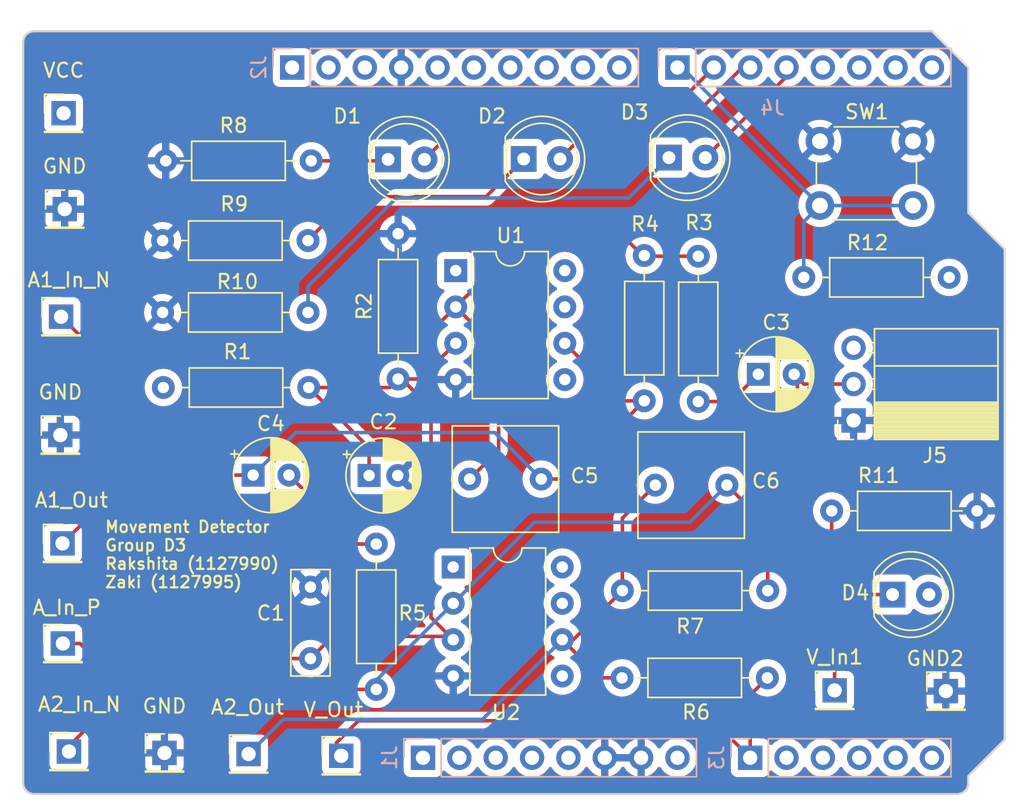
<source format=kicad_pcb>
(kicad_pcb (version 20240108) (generator "pcbnew") (generator_version "8.0")
  (title_block (title "Movement Detector") (date "2024-05-05") (rev "v1.0") (company "Hochschule Darmstadt"))
  (layers (0 "F.Cu" signal) (1 "In1.Cu" power "GND") (2 "In2.Cu" power "VCC") (31 "B.Cu" signal) (34 "B.Paste" user) (35 "F.Paste" user) (36 "B.SilkS" user "B.Silkscreen") (37 "F.SilkS" user "F.Silkscreen") (38 "B.Mask" user) (39 "F.Mask" user) (44 "Edge.Cuts" user))
  (net 0 "")
  (net 1 "GND")
  (net 3 "/IOREF")
  (net 4 "/A1")
  (net 5 "/A2")
  (net 6 "/A3")
  (net 7 "/SDA{slash}A4")
  (net 8 "/SCL{slash}A5")
  (net 9 "/13")
  (net 10 "/12")
  (net 11 "/AREF")
  (net 12 "/8")
  (net 13 "/*11")
  (net 14 "/*10")
  (net 15 "/*9")
  (net 16 "/2")
  (net 17 "/TX{slash}1")
  (net 18 "/RX{slash}0")
  (net 19 "VCC")
  (net 20 "/~{RESET}")
  (net 21 "Red")
  (net 22 "Orange")
  (net 23 "Green")
  (net 28 "Vout")
  (net 29 "Push Button")
  (net 31 "Net-(U1-+)")
  (net 32 "Vin")
  (net 33 "Net-(C3-Pad1)")
  (net 34 "Net-(C4-Pad2)")
  (net 35 "Net-(U1--)")
  (net 36 "Net-(A2_Out1-Pad1)")
  (net 37 "Net-(U2--)")
  (net 38 "Net-(D1-K)")
  (net 39 "Net-(D2-K)")
  (net 40 "Net-(D3-K)")
  (net 41 "Net-(D4-K)")
  (net 48 "Net-(A1_Out1-Pad1)")
  (footprint "Package_DIP:DIP-8_W7.62mm" (layer "F.Cu") (at 130.225 63.4)
    (property "Reference" "U1" (at 3.85 -2.45 0) (layer "F.SilkS"))
    (property "Value" "OPA340P")
    (pad "1" thru_hole rect (at 0 0) (size 1.6 1.6) (drill 0.8) (layers "*.Cu" "*.Mask"))
    (pad "2" thru_hole oval (at 0 2.54) (size 1.6 1.6) (drill 0.8) (layers "*.Cu" "*.Mask") (net 35 "Net-(U1--)"))
    (pad "3" thru_hole oval (at 0 5.08) (size 1.6 1.6) (drill 0.8) (layers "*.Cu" "*.Mask") (net 31 "Net-(U1-+)"))
    (pad "4" thru_hole oval (at 0 7.62) (size 1.6 1.6) (drill 0.8) (layers "*.Cu" "*.Mask") (net 1 "GND"))
    (pad "5" thru_hole oval (at 7.62 7.62) (size 1.6 1.6) (drill 0.8) (layers "*.Cu" "*.Mask"))
    (pad "6" thru_hole oval (at 7.62 5.08) (size 1.6 1.6) (drill 0.8) (layers "*.Cu" "*.Mask") (net 48 "Net-(A1_Out1-Pad1)"))
    (pad "7" thru_hole oval (at 7.62 2.54) (size 1.6 1.6) (drill 0.8) (layers "*.Cu" "*.Mask") (net 19 "VCC"))
    (pad "8" thru_hole oval (at 7.62 0) (size 1.6 1.6) (drill 0.8) (layers "*.Cu" "*.Mask"))
  )
  (footprint "Capacitor_THT:CP_Radial_D5.0mm_P2.00mm" (layer "F.Cu") (at 124.175 77.725)
    (property "Reference" "C2" (at 1 -3.75 0) (layer "F.SilkS"))
    (property "Value" "22u")
    (pad "1" thru_hole rect (at 0 0) (size 1.6 1.6) (drill 0.8) (layers "*.Cu" "*.Mask") (net 31 "Net-(U1-+)"))
    (pad "2" thru_hole circle (at 2 0) (size 1.6 1.6) (drill 0.8) (layers "*.Cu" "*.Mask") (net 1 "GND"))
  )
  (footprint "Connector_PinHeader_2.54mm:PinHeader_1x01_P2.54mm_Vertical" (layer "F.Cu") (at 102.825 52.4)
    (property "Reference" "VCC" (at 0 -3 0) (layer "F.SilkS"))
    (property "Value" "VCC")
    (pad "1" thru_hole rect (at 0 0) (size 1.7 1.7) (drill 1) (layers "*.Cu" "*.Mask") (net 19 "VCC"))
  )
  (footprint "Connector_PinHeader_2.54mm:PinHeader_1x01_P2.54mm_Vertical" (layer "F.Cu") (at 109.875 97.125)
    (property "Reference" "GND" (at 0 -3.275 0) (layer "F.SilkS"))
    (property "Value" "TP_GND")
    (pad "1" thru_hole rect (at 0 0) (size 1.7 1.7) (drill 1) (layers "*.Cu" "*.Mask") (net 1 "GND"))
  )
  (footprint "Resistor_THT:R_Axial_DIN0207_L6.3mm_D2.5mm_P10.16mm_Horizontal" (layer "F.Cu") (at 109.745 66.325)
    (property "Reference" "R10" (at 5.23 -2.15 0) (layer "F.SilkS"))
    (property "Value" "330")
    (pad "1" thru_hole circle (at 0 0) (size 1.6 1.6) (drill 0.8) (layers "*.Cu" "*.Mask") (net 1 "GND"))
    (pad "2" thru_hole oval (at 10.16 0) (size 1.6 1.6) (drill 0.8) (layers "*.Cu" "*.Mask") (net 40 "Net-(D3-K)"))
  )
  (footprint "LED_THT:LED_D5.0mm" (layer "F.Cu") (at 134.975 55.6)
    (property "Reference" "D2" (at -2.225 -3 0) (layer "F.SilkS"))
    (property "Value" "LED Orange")
    (pad "1" thru_hole rect (at 0 0) (size 1.8 1.8) (drill 0.9) (layers "*.Cu" "*.Mask") (net 39 "Net-(D2-K)"))
    (pad "2" thru_hole circle (at 2.54 0) (size 1.8 1.8) (drill 0.9) (layers "*.Cu" "*.Mask") (net 22 "Orange"))
  )
  (footprint "Resistor_THT:R_Axial_DIN0207_L6.3mm_D2.5mm_P10.16mm_Horizontal" (layer "F.Cu") (at 109.745 61.3)
    (property "Reference" "R9" (at 5.005 -2.55 0) (layer "F.SilkS"))
    (property "Value" "330")
    (pad "1" thru_hole circle (at 0 0) (size 1.6 1.6) (drill 0.8) (layers "*.Cu" "*.Mask") (net 1 "GND"))
    (pad "2" thru_hole oval (at 10.16 0) (size 1.6 1.6) (drill 0.8) (layers "*.Cu" "*.Mask") (net 39 "Net-(D2-K)"))
  )
  (footprint "LED_THT:LED_D5.0mm" (layer "F.Cu") (at 145.125 55.5)
    (property "Reference" "D3" (at -2.4 -3.175 0) (layer "F.SilkS"))
    (property "Value" "LED Green")
    (pad "1" thru_hole rect (at 0 0) (size 1.8 1.8) (drill 0.9) (layers "*.Cu" "*.Mask") (net 40 "Net-(D3-K)"))
    (pad "2" thru_hole circle (at 2.54 0) (size 1.8 1.8) (drill 0.9) (layers "*.Cu" "*.Mask") (net 23 "Green"))
  )
  (footprint "Connector_PinHeader_2.54mm:PinHeader_1x01_P2.54mm_Vertical" (layer "F.Cu") (at 102.775 89.475)
    (property "Reference" "A_In_P" (at 0.275 -2.525 0) (layer "F.SilkS"))
    (property "Value" "TP_A_in_P")
    (pad "1" thru_hole rect (at 0 0) (size 1.7 1.7) (drill 1) (layers "*.Cu" "*.Mask") (net 31 "Net-(U1-+)"))
  )
  (footprint "Connector_PinHeader_2.54mm:PinHeader_1x01_P2.54mm_Vertical" (layer "F.Cu") (at 102.65 66.625)
    (property "Reference" "A1_In_N" (at 0.55 -2.575 0) (layer "F.SilkS"))
    (property "Value" "TP_A1_In_N")
    (pad "1" thru_hole rect (at 0 0) (size 1.7 1.7) (drill 1) (layers "*.Cu" "*.Mask") (net 35 "Net-(U1--)"))
  )
  (footprint "Capacitor_THT:C_Rect_L7.2mm_W7.2mm_P5.00mm_FKS2_FKP2_MKS2_MKP2" (layer "F.Cu") (at 131.2 77.975)
    (property "Reference" "C5" (at 8.025 -0.225 0) (layer "F.SilkS"))
    (property "Value" "1.5n")
    (pad "1" thru_hole circle (at 0 0) (size 1.6 1.6) (drill 0.8) (layers "*.Cu" "*.Mask") (net 35 "Net-(U1--)"))
    (pad "2" thru_hole circle (at 5 0) (size 1.6 1.6) (drill 0.8) (layers "*.Cu" "*.Mask") (net 48 "Net-(A1_Out1-Pad1)"))
  )
  (footprint "Resistor_THT:R_Axial_DIN0207_L6.3mm_D2.5mm_P10.16mm_Horizontal" (layer "F.Cu") (at 147.175 72.555 90)
    (property "Reference" "R3" (at 12.505 0.05 0) (layer "F.SilkS"))
    (property "Value" "2.2k")
    (pad "1" thru_hole circle (at 0 0 90) (size 1.6 1.6) (drill 0.8) (layers "*.Cu" "*.Mask") (net 33 "Net-(C3-Pad1)"))
    (pad "2" thru_hole oval (at 10.16 0 90) (size 1.6 1.6) (drill 0.8) (layers "*.Cu" "*.Mask") (net 35 "Net-(U1--)"))
  )
  (footprint "Resistor_THT:R_Axial_DIN0207_L6.3mm_D2.5mm_P10.16mm_Horizontal" (layer "F.Cu") (at 109.795 71.575)
    (property "Reference" "R1" (at 5.18 -2.5 0) (layer "F.SilkS"))
    (property "Value" "1k")
    (pad "1" thru_hole circle (at 0 0) (size 1.6 1.6) (drill 0.8) (layers "*.Cu" "*.Mask") (net 19 "VCC"))
    (pad "2" thru_hole oval (at 10.16 0) (size 1.6 1.6) (drill 0.8) (layers "*.Cu" "*.Mask") (net 31 "Net-(U1-+)"))
  )
  (footprint "Package_DIP:DIP-8_W7.62mm" (layer "F.Cu") (at 130.05 84.125)
    (property "Reference" "U2" (at 3.695 10.17 0) (layer "F.SilkS"))
    (property "Value" "OPA340P")
    (pad "1" thru_hole rect (at 0 0) (size 1.6 1.6) (drill 0.8) (layers "*.Cu" "*.Mask"))
    (pad "2" thru_hole oval (at 0 2.54) (size 1.6 1.6) (drill 0.8) (layers "*.Cu" "*.Mask") (net 37 "Net-(U2--)"))
    (pad "3" thru_hole oval (at 0 5.08) (size 1.6 1.6) (drill 0.8) (layers "*.Cu" "*.Mask") (net 31 "Net-(U1-+)"))
    (pad "4" thru_hole oval (at 0 7.62) (size 1.6 1.6) (drill 0.8) (layers "*.Cu" "*.Mask") (net 1 "GND"))
    (pad "5" thru_hole oval (at 7.62 7.62) (size 1.6 1.6) (drill 0.8) (layers "*.Cu" "*.Mask"))
    (pad "6" thru_hole oval (at 7.62 5.08) (size 1.6 1.6) (drill 0.8) (layers "*.Cu" "*.Mask") (net 36 "Net-(A2_Out1-Pad1)"))
    (pad "7" thru_hole oval (at 7.62 2.54) (size 1.6 1.6) (drill 0.8) (layers "*.Cu" "*.Mask") (net 19 "VCC"))
    (pad "8" thru_hole oval (at 7.62 0) (size 1.6 1.6) (drill 0.8) (layers "*.Cu" "*.Mask"))
  )
  (footprint "Connector_PinHeader_2.54mm:PinHeader_1x01_P2.54mm_Vertical" (layer "F.Cu") (at 156.7 92.75)
    (property "Reference" "V_In1" (at 0 -2.33 0) (layer "F.SilkS"))
    (property "Value" "TP_Vin")
    (pad "1" thru_hole rect (at 0 0) (size 1.7 1.7) (drill 1) (layers "*.Cu" "*.Mask") (net 32 "Vin"))
  )
  (footprint "Connector_PinHeader_2.54mm:PinHeader_1x01_P2.54mm_Vertical" (layer "F.Cu") (at 102.6 74.9)
    (property "Reference" "GND" (at 0 -3 0) (layer "F.SilkS"))
    (property "Value" "TP_GND")
    (pad "1" thru_hole rect (at 0 0) (size 1.7 1.7) (drill 1) (layers "*.Cu" "*.Mask") (net 1 "GND"))
  )
  (footprint "Connector_PinHeader_2.54mm:PinHeader_1x01_P2.54mm_Vertical" (layer "F.Cu") (at 164.475 92.8)
    (property "Reference" "GND2" (at -0.75 -2.275 0) (layer "F.SilkS"))
    (property "Value" "TP_GND")
    (pad "1" thru_hole rect (at 0 0) (size 1.7 1.7) (drill 1) (layers "*.Cu" "*.Mask") (net 1 "GND"))
  )
  (footprint "Connector_PinHeader_2.54mm:PinHeader_1x01_P2.54mm_Vertical" (layer "F.Cu") (at 122.225 97.325)
    (property "Reference" "V_Out" (at -0.55 -3.225 0) (layer "F.SilkS"))
    (property "Value" "TP_Vout")
    (pad "1" thru_hole rect (at 0 0) (size 1.7 1.7) (drill 1) (layers "*.Cu" "*.Mask") (net 28 "Vout"))
  )
  (footprint "Resistor_THT:R_Axial_DIN0207_L6.3mm_D2.5mm_P10.16mm_Horizontal" (layer "F.Cu") (at 124.675 82.52 -90)
    (property "Reference" "R5" (at 4.83 -2.525 180) (layer "F.SilkS"))
    (property "Value" "33.3k")
    (pad "1" thru_hole circle (at 0 0 270) (size 1.6 1.6) (drill 0.8) (layers "*.Cu" "*.Mask") (net 34 "Net-(C4-Pad2)"))
    (pad "2" thru_hole oval (at 10.16 0 270) (size 1.6 1.6) (drill 0.8) (layers "*.Cu" "*.Mask") (net 37 "Net-(U2--)"))
  )
  (footprint "Connector_PinHeader_2.54mm:PinHeader_1x01_P2.54mm_Vertical" (layer "F.Cu") (at 115.75 97.2)
    (property "Reference" "A2_Out" (at -0.075 -3.275 0) (layer "F.SilkS"))
    (property "Value" "TP_Vout2")
    (pad "1" thru_hole rect (at 0 0) (size 1.7 1.7) (drill 1) (layers "*.Cu" "*.Mask") (net 36 "Net-(A2_Out1-Pad1)"))
  )
  (footprint "LED_THT:LED_D5.0mm" (layer "F.Cu") (at 125.5 55.625)
    (property "Reference" "D1" (at -2.85 -3.025 180) (layer "F.SilkS"))
    (property "Value" "LED Red")
    (pad "1" thru_hole rect (at 0 0) (size 1.8 1.8) (drill 0.9) (layers "*.Cu" "*.Mask") (net 38 "Net-(D1-K)"))
    (pad "2" thru_hole circle (at 2.54 0) (size 1.8 1.8) (drill 0.9) (layers "*.Cu" "*.Mask") (net 21 "Red"))
  )
  (footprint "Button_Switch_THT:SW_PUSH_6mm_H7.3mm" (layer "F.Cu") (at 162.175 58.85 180)
    (property "Reference" "SW1" (at 3.225 6.55 180) (layer "F.SilkS"))
    (property "Value" "SW_SPST")
    (pad "1" thru_hole circle (at 0 0 270) (size 2 2) (drill 1.1) (layers "*.Cu" "*.Mask") (net 29 "Push Button"))
    (pad "1" thru_hole circle (at 6.5 0 270) (size 2 2) (drill 1.1) (layers "*.Cu" "*.Mask") (net 29 "Push Button"))
    (pad "2" thru_hole circle (at 0 4.5 270) (size 2 2) (drill 1.1) (layers "*.Cu" "*.Mask") (net 1 "GND"))
    (pad "2" thru_hole circle (at 6.5 4.5 270) (size 2 2) (drill 1.1) (layers "*.Cu" "*.Mask") (net 1 "GND"))
  )
  (footprint "Capacitor_THT:C_Rect_L7.2mm_W2.5mm_P5.00mm_FKS2_FKP2_MKS2_MKP2" (layer "F.Cu") (at 120.075 90.525 90)
    (property "Reference" "C1" (at 3.175 -2.775 0) (layer "F.SilkS"))
    (property "Value" "100n")
    (pad "1" thru_hole circle (at 0 0 90) (size 1.6 1.6) (drill 0.8) (layers "*.Cu" "*.Mask") (net 31 "Net-(U1-+)"))
    (pad "2" thru_hole circle (at 5 0 90) (size 1.6 1.6) (drill 0.8) (layers "*.Cu" "*.Mask") (net 1 "GND"))
  )
  (footprint "Connector_PinHeader_2.54mm:PinHeader_1x01_P2.54mm_Vertical" (layer "F.Cu") (at 102.75 82.475)
    (property "Reference" "A1_Out" (at 0.625 -3.025 0) (layer "F.SilkS"))
    (property "Value" "TP_Vout1")
    (pad "1" thru_hole rect (at 0 0) (size 1.7 1.7) (drill 1) (layers "*.Cu" "*.Mask") (net 48 "Net-(A1_Out1-Pad1)"))
  )
  (footprint "Resistor_THT:R_Axial_DIN0207_L6.3mm_D2.5mm_P10.16mm_Horizontal" (layer "F.Cu") (at 152.03 85.775 180)
    (property "Reference" "R7" (at 5.43 -2.5 180) (layer "F.SilkS"))
    (property "Value" "100k")
    (pad "1" thru_hole circle (at 0 0 180) (size 1.6 1.6) (drill 0.8) (layers "*.Cu" "*.Mask") (net 37 "Net-(U2--)"))
    (pad "2" thru_hole oval (at 10.16 0 180) (size 1.6 1.6) (drill 0.8) (layers "*.Cu" "*.Mask") (net 36 "Net-(A2_Out1-Pad1)"))
  )
  (footprint "Resistor_THT:R_Axial_DIN0207_L6.3mm_D2.5mm_P10.16mm_Horizontal" (layer "F.Cu") (at 156.495 80.2)
    (property "Reference" "R11" (at 3.28 -2.475 0) (layer "F.SilkS"))
    (property "Value" "330")
    (pad "1" thru_hole circle (at 0 0) (size 1.6 1.6) (drill 0.8) (layers "*.Cu" "*.Mask") (net 41 "Net-(D4-K)"))
    (pad "2" thru_hole oval (at 10.16 0) (size 1.6 1.6) (drill 0.8) (layers "*.Cu" "*.Mask") (net 1 "GND"))
  )
  (footprint "Resistor_THT:R_Axial_DIN0207_L6.3mm_D2.5mm_P10.16mm_Horizontal" (layer "F.Cu") (at 143.4 62.345 -90)
    (property "Reference" "R4" (at -2.195 -0.05 0) (layer "F.SilkS"))
    (property "Value" "220k")
    (pad "1" thru_hole circle (at 0 0 270) (size 1.6 1.6) (drill 0.8) (layers "*.Cu" "*.Mask") (net 35 "Net-(U1--)"))
    (pad "2" thru_hole oval (at 10.16 0 270) (size 1.6 1.6) (drill 0.8) (layers "*.Cu" "*.Mask") (net 48 "Net-(A1_Out1-Pad1)"))
  )
  (footprint "Resistor_THT:R_Axial_DIN0207_L6.3mm_D2.5mm_P10.16mm_Horizontal" (layer "F.Cu") (at 141.845 91.875)
    (property "Reference" "R6" (at 5.18 2.4 0) (layer "F.SilkS"))
    (property "Value" "100")
    (pad "1" thru_hole circle (at 0 0) (size 1.6 1.6) (drill 0.8) (layers "*.Cu" "*.Mask") (net 36 "Net-(A2_Out1-Pad1)"))
    (pad "2" thru_hole oval (at 10.16 0) (size 1.6 1.6) (drill 0.8) (layers "*.Cu" "*.Mask") (net 28 "Vout"))
  )
  (footprint "Resistor_THT:R_Axial_DIN0207_L6.3mm_D2.5mm_P10.16mm_Horizontal" (layer "F.Cu") (at 126.2 70.98 90)
    (property "Reference" "R2" (at 5.08 -2.37 -90) (layer "F.SilkS"))
    (property "Value" "1k")
    (pad "1" thru_hole circle (at 0 0 90) (size 1.6 1.6) (drill 0.8) (layers "*.Cu" "*.Mask") (net 31 "Net-(U1-+)"))
    (pad "2" thru_hole oval (at 10.16 0 90) (size 1.6 1.6) (drill 0.8) (layers "*.Cu" "*.Mask") (net 1 "GND"))
  )
  (footprint "Connector_PinHeader_2.54mm:PinHeader_1x01_P2.54mm_Vertical" (layer "F.Cu") (at 102.9 59.1)
    (property "Reference" "GND" (at 0 -3 0) (layer "F.SilkS"))
    (property "Value" "GND")
    (pad "1" thru_hole rect (at 0 0) (size 1.7 1.7) (drill 1) (layers "*.Cu" "*.Mask") (net 1 "GND"))
  )
  (footprint "Capacitor_THT:CP_Radial_D5.0mm_P2.50mm" (layer "F.Cu") (at 151.369888 70.65)
    (property "Reference" "C3" (at 1.255112 -3.625 0) (layer "F.SilkS"))
    (property "Value" "4.7u")
    (pad "1" thru_hole rect (at 0 0) (size 1.6 1.6) (drill 0.8) (layers "*.Cu" "*.Mask") (net 33 "Net-(C3-Pad1)"))
    (pad "2" thru_hole circle (at 2.5 0) (size 1.6 1.6) (drill 0.8) (layers "*.Cu" "*.Mask") (net 32 "Vin"))
  )
  (footprint "LED_THT:LED_D5.0mm" (layer "F.Cu") (at 160.75 86.05)
    (property "Reference" "D4" (at -2.6 -0.125 0) (layer "F.SilkS"))
    (property "Value" "Power LED")
    (pad "1" thru_hole rect (at 0 0) (size 1.8 1.8) (drill 0.9) (layers "*.Cu" "*.Mask") (net 41 "Net-(D4-K)"))
    (pad "2" thru_hole circle (at 2.54 0) (size 1.8 1.8) (drill 0.9) (layers "*.Cu" "*.Mask") (net 19 "VCC"))
  )
  (footprint "Resistor_THT:R_Axial_DIN0207_L6.3mm_D2.5mm_P10.16mm_Horizontal" (layer "F.Cu") (at 154.545 63.875)
    (property "Reference" "R12" (at 4.455 -2.425 0) (layer "F.SilkS"))
    (property "Value" "10k")
    (pad "1" thru_hole circle (at 0 0) (size 1.6 1.6) (drill 0.8) (layers "*.Cu" "*.Mask") (net 29 "Push Button"))
    (pad "2" thru_hole oval (at 10.16 0) (size 1.6 1.6) (drill 0.8) (layers "*.Cu" "*.Mask") (net 19 "VCC"))
  )
  (footprint "Connector_PinHeader_2.54mm:PinHeader_1x01_P2.54mm_Vertical" (layer "F.Cu") (at 103.2 97.025)
    (property "Reference" "A2_In_N" (at 0.725 -3.3 0) (layer "F.SilkS"))
    (property "Value" "TP_A2_In_N")
    (pad "1" thru_hole rect (at 0 0) (size 1.7 1.7) (drill 1) (layers "*.Cu" "*.Mask") (net 37 "Net-(U2--)"))
  )
  (footprint "Resistor_THT:R_Axial_DIN0207_L6.3mm_D2.5mm_P10.16mm_Horizontal" (layer "F.Cu") (at 120.125 55.725 180)
    (property "Reference" "R8" (at 5.425 2.475 180) (layer "F.SilkS"))
    (property "Value" "330")
    (pad "1" thru_hole circle (at 0 0 180) (size 1.6 1.6) (drill 0.8) (layers "*.Cu" "*.Mask") (net 38 "Net-(D1-K)"))
    (pad "2" thru_hole oval (at 10.16 0 180) (size 1.6 1.6) (drill 0.8) (layers "*.Cu" "*.Mask") (net 1 "GND"))
  )
  (footprint "Capacitor_THT:C_Rect_L7.2mm_W7.2mm_P5.00mm_FKS2_FKP2_MKS2_MKP2" (layer "F.Cu") (at 149.175 78.4 180)
    (property "Reference" "C6" (at -2.725 0.3 180) (layer "F.SilkS"))
    (property "Value" "3.3n")
    (pad "1" thru_hole circle (at 0 0 180) (size 1.6 1.6) (drill 0.8) (layers "*.Cu" "*.Mask") (net 37 "Net-(U2--)"))
    (pad "2" thru_hole circle (at 5 0 180) (size 1.6 1.6) (drill 0.8) (layers "*.Cu" "*.Mask") (net 36 "Net-(A2_Out1-Pad1)"))
  )
  (footprint "Capacitor_THT:CP_Radial_D5.0mm_P2.50mm" (layer "F.Cu") (at 116.069888 77.7)
    (property "Reference" "C4" (at 1.230112 -3.6 0) (layer "F.SilkS"))
    (property "Value" "4.7u")
    (pad "1" thru_hole rect (at 0 0) (size 1.6 1.6) (drill 0.8) (layers "*.Cu" "*.Mask") (net 48 "Net-(A1_Out1-Pad1)"))
    (pad "2" thru_hole circle (at 2.5 0) (size 1.6 1.6) (drill 0.8) (layers "*.Cu" "*.Mask") (net 34 "Net-(C4-Pad2)"))
  )
  (footprint "Connector_PinSocket_2.54mm:PinSocket_1x03_P2.54mm_Horizontal" (layer "F.Cu") (at 158.025 73.875 180)
    (property "Reference" "J5" (at -5.675 -2.45 180) (layer "F.SilkS"))
    (property "Value" "Conn_01x03_Socket")
    (pad "1" thru_hole rect (at 0 0 180) (size 1.7 1.7) (drill 1) (layers "*.Cu" "*.Mask") (net 1 "GND"))
    (pad "2" thru_hole oval (at 0 2.54 180) (size 1.7 1.7) (drill 1) (layers "*.Cu" "*.Mask") (net 32 "Vin"))
    (pad "3" thru_hole oval (at 0 5.08 180) (size 1.7 1.7) (drill 1) (layers "*.Cu" "*.Mask") (net 19 "VCC"))
  )
  (footprint "Connector_PinHeader_2.54mm:PinHeader_1x08_P2.54mm_Vertical" (layer "B.Cu") (at 127.94 97.46 -90)
    (property "Reference" "J1" (at 0 2.33 90) (layer "B.SilkS") (effects (justify mirror)))
    (property "Value" "Power")
    (pad "1" thru_hole rect (at 0 0 270) (size 1.7 1.7) (drill 1) (layers "*.Cu" "*.Mask"))
    (pad "2" thru_hole oval (at 0 -2.54 270) (size 1.7 1.7) (drill 1) (layers "*.Cu" "*.Mask") (net 3 "/IOREF"))
    (pad "3" thru_hole oval (at 0 -5.08 270) (size 1.7 1.7) (drill 1) (layers "*.Cu" "*.Mask") (net 20 "/~{RESET}"))
    (pad "4" thru_hole oval (at 0 -7.62 270) (size 1.7 1.7) (drill 1) (layers "*.Cu" "*.Mask"))
    (pad "5" thru_hole oval (at 0 -10.16 270) (size 1.7 1.7) (drill 1) (layers "*.Cu" "*.Mask") (net 19 "VCC"))
    (pad "6" thru_hole oval (at 0 -12.7 270) (size 1.7 1.7) (drill 1) (layers "*.Cu" "*.Mask") (net 1 "GND"))
    (pad "7" thru_hole oval (at 0 -15.24 270) (size 1.7 1.7) (drill 1) (layers "*.Cu" "*.Mask") (net 1 "GND"))
    (pad "8" thru_hole oval (at 0 -17.78 270) (size 1.7 1.7) (drill 1) (layers "*.Cu" "*.Mask"))
  )
  (footprint "Connector_PinHeader_2.54mm:PinHeader_1x06_P2.54mm_Vertical" (layer "B.Cu") (at 150.8 97.46 -90)
    (property "Reference" "J3" (at 0 2.33 90) (layer "B.SilkS") (effects (justify mirror)))
    (property "Value" "Analog")
    (pad "1" thru_hole rect (at 0 0 270) (size 1.7 1.7) (drill 1) (layers "*.Cu" "*.Mask") (net 28 "Vout"))
    (pad "2" thru_hole oval (at 0 -2.54 270) (size 1.7 1.7) (drill 1) (layers "*.Cu" "*.Mask") (net 4 "/A1"))
    (pad "3" thru_hole oval (at 0 -5.08 270) (size 1.7 1.7) (drill 1) (layers "*.Cu" "*.Mask") (net 5 "/A2"))
    (pad "4" thru_hole oval (at 0 -7.62 270) (size 1.7 1.7) (drill 1) (layers "*.Cu" "*.Mask") (net 6 "/A3"))
    (pad "5" thru_hole oval (at 0 -10.16 270) (size 1.7 1.7) (drill 1) (layers "*.Cu" "*.Mask") (net 7 "/SDA{slash}A4"))
    (pad "6" thru_hole oval (at 0 -12.7 270) (size 1.7 1.7) (drill 1) (layers "*.Cu" "*.Mask") (net 8 "/SCL{slash}A5"))
  )
  (footprint "Connector_PinHeader_2.54mm:PinHeader_1x10_P2.54mm_Vertical" (layer "B.Cu") (at 118.796 49.2 -90)
    (property "Reference" "J2" (at 0 2.33 90) (layer "B.SilkS") (effects (justify mirror)))
    (property "Value" "Digital/PWM")
    (pad "1" thru_hole rect (at 0 0 270) (size 1.7 1.7) (drill 1) (layers "*.Cu" "*.Mask"))
    (pad "2" thru_hole oval (at 0 -2.54 270) (size 1.7 1.7) (drill 1) (layers "*.Cu" "*.Mask"))
    (pad "3" thru_hole oval (at 0 -5.08 270) (size 1.7 1.7) (drill 1) (layers "*.Cu" "*.Mask") (net 11 "/AREF"))
    (pad "4" thru_hole oval (at 0 -7.62 270) (size 1.7 1.7) (drill 1) (layers "*.Cu" "*.Mask") (net 1 "GND"))
    (pad "5" thru_hole oval (at 0 -10.16 270) (size 1.7 1.7) (drill 1) (layers "*.Cu" "*.Mask") (net 9 "/13"))
    (pad "6" thru_hole oval (at 0 -12.7 270) (size 1.7 1.7) (drill 1) (layers "*.Cu" "*.Mask") (net 10 "/12"))
    (pad "7" thru_hole oval (at 0 -15.24 270) (size 1.7 1.7) (drill 1) (layers "*.Cu" "*.Mask") (net 13 "/*11"))
    (pad "8" thru_hole oval (at 0 -17.78 270) (size 1.7 1.7) (drill 1) (layers "*.Cu" "*.Mask") (net 14 "/*10"))
    (pad "9" thru_hole oval (at 0 -20.32 270) (size 1.7 1.7) (drill 1) (layers "*.Cu" "*.Mask") (net 15 "/*9"))
    (pad "10" thru_hole oval (at 0 -22.86 270) (size 1.7 1.7) (drill 1) (layers "*.Cu" "*.Mask") (net 12 "/8"))
  )
  (footprint "Connector_PinHeader_2.54mm:PinHeader_1x08_P2.54mm_Vertical" (layer "B.Cu") (at 145.72 49.2 -90)
    (property "Reference" "J4" (at 2.825 -6.63 0) (layer "B.SilkS") (effects (justify mirror)))
    (property "Value" "Digital/PWM")
    (pad "1" thru_hole rect (at 0 0 270) (size 1.7 1.7) (drill 1) (layers "*.Cu" "*.Mask") (net 29 "Push Button"))
    (pad "2" thru_hole oval (at 0 -2.54 270) (size 1.7 1.7) (drill 1) (layers "*.Cu" "*.Mask") (net 21 "Red"))
    (pad "3" thru_hole oval (at 0 -5.08 270) (size 1.7 1.7) (drill 1) (layers "*.Cu" "*.Mask") (net 22 "Orange"))
    (pad "4" thru_hole oval (at 0 -7.62 270) (size 1.7 1.7) (drill 1) (layers "*.Cu" "*.Mask") (net 23 "Green"))
    (pad "5" thru_hole oval (at 0 -10.16 270) (size 1.7 1.7) (drill 1) (layers "*.Cu" "*.Mask"))
    (pad "6" thru_hole oval (at 0 -12.7 270) (size 1.7 1.7) (drill 1) (layers "*.Cu" "*.Mask") (net 16 "/2"))
    (pad "7" thru_hole oval (at 0 -15.24 270) (size 1.7 1.7) (drill 1) (layers "*.Cu" "*.Mask") (net 17 "/TX{slash}1"))
    (pad "8" thru_hole oval (at 0 -17.78 270) (size 1.7 1.7) (drill 1) (layers "*.Cu" "*.Mask") (net 18 "/RX{slash}0"))
  )
  (gr_line (start 166.04 59.36) (end 168.58 61.9) (stroke (width 0.15)) (layer "Edge.Cuts"))
  (gr_line (start 100 99.238) (end 100 47.422) (stroke (width 0.15)) (layer "Edge.Cuts"))
  (gr_line (start 168.58 61.9) (end 168.58 96.19) (stroke (width 0.15)) (layer "Edge.Cuts"))
  (gr_line (start 165.278 100) (end 100.762 100) (stroke (width 0.15)) (layer "Edge.Cuts"))
  (gr_line (start 100.762 46.66) (end 163.5 46.66) (stroke (width 0.15)) (layer "Edge.Cuts"))
  (gr_arc (start 100.762 100) (mid 100.223185 99.776815) (end 100 99.238) (stroke (width 0.15)) (layer "Edge.Cuts"))
  (gr_line (start 168.58 96.19) (end 166.04 98.73) (stroke (width 0.15)) (layer "Edge.Cuts"))
  (gr_line (start 163.5 46.66) (end 166.04 49.2) (stroke (width 0.15)) (layer "Edge.Cuts"))
  (gr_arc (start 166.04 99.238) (mid 165.816815 99.776815) (end 165.278 100) (stroke (width 0.15)) (layer "Edge.Cuts"))
  (gr_line (start 166.04 49.2) (end 166.04 59.36) (stroke (width 0.15)) (layer "Edge.Cuts"))
  (gr_line (start 166.04 98.73) (end 166.04 99.238) (stroke (width 0.15)) (layer "Edge.Cuts"))
  (gr_arc (start 100 47.422) (mid 100.223185 46.883185) (end 100.762 46.66) (stroke (width 0.15)) (layer "Edge.Cuts"))
  (gr_text "Movement Detector\nGroup D3\nRakshita (1127990)\nZaki (1127995)" (at 105.65 85.65 0) (layer "F.SilkS") (effects (font (size 0.8 0.8)) (justify left bottom)))
  (segment (start 128.04 55.625) (end 131.615 52.05) (width 0.25) (layer "F.Cu") (net 21))
  (segment (start 131.615 52.05) (end 145.41 52.05) (width 0.25) (layer "F.Cu") (net 21))
  (segment (start 145.41 52.05) (end 148.26 49.2) (width 0.25) (layer "F.Cu") (net 21))
  (segment (start 147.815 49.645) (end 148.26 49.2) (width 0.25) (layer "B.Cu") (net 21))
  (segment (start 137.515 55.585) (end 140.3 52.8) (width 0.25) (layer "F.Cu") (net 22))
  (segment (start 137.515 55.6) (end 137.515 55.585) (width 0.25) (layer "F.Cu") (net 22))
  (segment (start 140.3 52.8) (end 146.65 52.8) (width 0.25) (layer "F.Cu") (net 22))
  (segment (start 150.25 49.2) (end 150.8 49.2) (width 0.25) (layer "F.Cu") (net 22))
  (segment (start 146.65 52.8) (end 150.25 49.2) (width 0.25) (layer "F.Cu") (net 22))
  (segment (start 137.515 55.6) (end 137.515 55.055) (width 0.25) (layer "B.Cu") (net 22))
  (segment (start 153.34 49.825) (end 153.34 49.2) (width 0.25) (layer "F.Cu") (net 23))
  (segment (start 147.665 55.5) (end 153.34 49.825) (width 0.25) (layer "F.Cu") (net 23))
  (segment (start 150.8 93.08) (end 152.005 91.875) (width 0.25) (layer "F.Cu") (net 28))
  (segment (start 121.9 96.4) (end 123.425 94.875) (width 0.25) (layer "F.Cu") (net 28))
  (segment (start 121.9 97.5) (end 121.9 96.4) (width 0.25) (layer "F.Cu") (net 28))
  (segment (start 123.425 94.875) (end 148.215 94.875) (width 0.25) (layer "F.Cu") (net 28))
  (segment (start 148.215 94.875) (end 150.8 97.46) (width 0.25) (layer "F.Cu") (net 28))
  (segment (start 150.8 97.46) (end 150.8 93.08) (width 0.25) (layer "F.Cu") (net 28))
  (segment (start 150.8 97.46) (end 150.435 97.46) (width 0.25) (layer "F.Cu") (net 28))
  (segment (start 146.025 49.2) (end 155.675 58.85) (width 0.25) (layer "B.Cu") (net 29))
  (segment (start 145.72 49.545) (end 145.72 49.2) (width 0.25) (layer "B.Cu") (net 29))
  (segment (start 155.675 58.85) (end 162.175 58.85) (width 0.25) (layer "B.Cu") (net 29))
  (segment (start 154.545 59.98) (end 155.675 58.85) (width 0.25) (layer "B.Cu") (net 29))
  (segment (start 154.545 63.875) (end 154.545 59.98) (width 0.25) (layer "B.Cu") (net 29))
  (segment (start 145.72 49.2) (end 146.025 49.2) (width 0.25) (layer "B.Cu") (net 29))
  (segment (start 145.72 49.855) (end 145.72 49.2) (width 0.25) (layer "B.Cu") (net 29))
  (segment (start 130.05 89.205) (end 128.5 87.655) (width 0.25) (layer "F.Cu") (net 31))
  (segment (start 127.725 70.98) (end 130.225 68.48) (width 0.25) (layer "F.Cu") (net 31))
  (segment (start 120.075 90.525) (end 105.025 90.525) (width 0.25) (layer "F.Cu") (net 31))
  (segment (start 119.955 71.575) (end 125.605 71.575) (width 0.25) (layer "F.Cu") (net 31))
  (segment (start 103.975 89.475) (end 102.775 89.475) (width 0.25) (layer "F.Cu") (net 31))
  (segment (start 128.5 87.655) (end 128.5 73.025) (width 0.25) (layer "F.Cu") (net 31))
  (segment (start 120.075 90.525) (end 121.625 88.975) (width 0.25) (layer "F.Cu") (net 31))
  (segment (start 124.175 77.725) (end 124.175 75.795) (width 0.25) (layer "F.Cu") (net 31))
  (segment (start 124.175 75.795) (end 119.955 71.575) (width 0.25) (layer "F.Cu") (net 31))
  (segment (start 125.605 71.575) (end 126.2 70.98) (width 0.25) (layer "F.Cu") (net 31))
  (segment (start 128.5 73.025) (end 126.455 70.98) (width 0.25) (layer "F.Cu") (net 31))
  (segment (start 126.2 70.98) (end 127.725 70.98) (width 0.25) (layer "F.Cu") (net 31))
  (segment (start 105.025 90.525) (end 103.975 89.475) (width 0.25) (layer "F.Cu") (net 31))
  (segment (start 129.82 88.975) (end 130.05 89.205) (width 0.25) (layer "F.Cu") (net 31))
  (segment (start 121.625 88.975) (end 129.82 88.975) (width 0.25) (layer "F.Cu") (net 31))
  (segment (start 126.455 70.98) (end 126.2 70.98) (width 0.25) (layer "F.Cu") (net 31))
  (segment (start 156.7 92.75) (end 156.7 91.075) (width 0.25) (layer "F.Cu") (net 32))
  (segment (start 154.1 88.475) (end 154.1 70.880112) (width 0.25) (layer "F.Cu") (net 32))
  (segment (start 154.265 70.65) (end 153.869888 70.65) (width 0.25) (layer "F.Cu") (net 32))
  (segment (start 156.7 91.075) (end 154.1 88.475) (width 0.25) (layer "F.Cu") (net 32))
  (segment (start 154.554888 71.335) (end 153.869888 70.65) (width 0.25) (layer "F.Cu") (net 32))
  (segment (start 158.025 71.335) (end 154.554888 71.335) (width 0.25) (layer "F.Cu") (net 32))
  (segment (start 154.1 70.880112) (end 153.869888 70.65) (width 0.25) (layer "F.Cu") (net 32))
  (segment (start 147.175 72.555) (end 149.464888 72.555) (width 0.25) (layer "F.Cu") (net 33))
  (segment (start 149.464888 72.555) (end 151.369888 70.65) (width 0.25) (layer "F.Cu") (net 33))
  (segment (start 124.675 82.52) (end 123.389888 82.52) (width 0.25) (layer "F.Cu") (net 34))
  (segment (start 123.389888 82.52) (end 118.569888 77.7) (width 0.25) (layer "F.Cu") (net 34))
  (segment (start 141.76 60.825) (end 135.34 60.825) (width 0.25) (layer "F.Cu") (net 35))
  (segment (start 143.28 62.345) (end 141.76 60.825) (width 0.25) (layer "F.Cu") (net 35))
  (segment (start 147.175 62.395) (end 143.45 62.395) (width 0.25) (layer "F.Cu") (net 35))
  (segment (start 133.225 75.95) (end 133.225 68.94) (width 0.25) (layer "F.Cu") (net 35))
  (segment (start 104.325 68.3) (end 102.65 66.625) (width 0.25) (layer "F.Cu") (net 35))
  (segment (start 133.225 68.94) (end 130.225 65.94) (width 0.25) (layer "F.Cu") (net 35))
  (segment (start 143.4 62.345) (end 143.28 62.345) (width 0.25) (layer "F.Cu") (net 35))
  (segment (start 130.225 65.94) (end 127.865 68.3) (width 0.25) (layer "F.Cu") (net 35))
  (segment (start 131.2 77.975) (end 133.225 75.95) (width 0.25) (layer "F.Cu") (net 35))
  (segment (start 135.34 60.825) (end 130.225 65.94) (width 0.25) (layer "F.Cu") (net 35))
  (segment (start 127.865 68.3) (end 104.325 68.3) (width 0.25) (layer "F.Cu") (net 35))
  (segment (start 143.45 62.395) (end 143.4 62.345) (width 0.25) (layer "F.Cu") (net 35))
  (segment (start 141.87 80.705) (end 144.175 78.4) (width 0.25) (layer "F.Cu") (net 36))
  (segment (start 138.44 89.205) (end 137.67 89.205) (width 0.25) (layer "F.Cu") (net 36))
  (segment (start 141.845 91.875) (end 140.34 91.875) (width 0.25) (layer "F.Cu") (net 36))
  (segment (start 141.87 85.775) (end 141.87 80.705) (width 0.25) (layer "F.Cu") (net 36))
  (segment (start 141.87 85.775) (end 138.44 89.205) (width 0.25) (layer "F.Cu") (net 36))
  (segment (start 141.845 85.8) (end 141.87 85.775) (width 0.25) (layer "F.Cu") (net 36))
  (segment (start 140.34 91.875) (end 137.67 89.205) (width 0.25) (layer "F.Cu") (net 36))
  (segment (start 132.1 94.775) (end 118.575 94.775) (width 0.25) (layer "B.Cu") (net 36))
  (segment (start 118.175 94.775) (end 118.575 94.775) (width 0.25) (layer "B.Cu") (net 36))
  (segment (start 115.75 97.2) (end 118.175 94.775) (width 0.25) (layer "B.Cu") (net 36))
  (segment (start 137.67 89.205) (end 132.1 94.775) (width 0.25) (layer "B.Cu") (net 36))
  (segment (start 115.525 96.75) (end 115.525 97) (width 0.25) (layer "B.Cu") (net 36))
  (segment (start 107.17 92.68) (end 103.075 96.775) (width 0.25) (layer "F.Cu") (net 37))
  (segment (start 152.03 81.255) (end 149.175 78.4) (width 0.25) (layer "F.Cu") (net 37))
  (segment (start 152.03 85.775) (end 152.03 81.255) (width 0.25) (layer "F.Cu") (net 37))
  (segment (start 124.675 92.68) (end 107.17 92.68) (width 0.25) (layer "F.Cu") (net 37))
  (segment (start 146.575 81) (end 149.175 78.4) (width 0.25) (layer "B.Cu") (net 37))
  (segment (start 130.05 86.665) (end 124.675 92.04) (width 0.25) (layer "B.Cu") (net 37))
  (segment (start 135.715 81) (end 146.575 81) (width 0.25) (layer "B.Cu") (net 37))
  (segment (start 130.05 86.665) (end 135.715 81) (width 0.25) (layer "B.Cu") (net 37))
  (segment (start 124.675 92.04) (end 124.675 92.68) (width 0.25) (layer "B.Cu") (net 37))
  (segment (start 125.4 55.725) (end 125.5 55.625) (width 0.25) (layer "F.Cu") (net 38))
  (segment (start 125.375 55.875) (end 125.625 55.625) (width 0.25) (layer "F.Cu") (net 38))
  (segment (start 120.125 55.725) (end 125.4 55.725) (width 0.25) (layer "F.Cu") (net 38))
  (segment (start 119.905 61.27) (end 119.905 61.3) (width 0.25) (layer "F.Cu") (net 39))
  (segment (start 122.95 58.225) (end 132.35 58.225) (width 0.25) (layer "F.Cu") (net 39))
  (segment (start 119.905 61.27) (end 122.95 58.225) (width 0.25) (layer "F.Cu") (net 39))
  (segment (start 132.35 58.225) (end 134.975 55.6) (width 0.25) (layer "F.Cu") (net 39))
  (segment (start 126.075 58.325) (end 119.905 64.495) (width 0.25) (layer "B.Cu") (net 40))
  (segment (start 119.905 64.495) (end 119.905 66.325) (width 0.25) (layer "B.Cu") (net 40))
  (segment (start 142.3 58.325) (end 126.075 58.325) (width 0.25) (layer "B.Cu") (net 40))
  (segment (start 145.125 55.5) (end 142.3 58.325) (width 0.25) (layer "B.Cu") (net 40))
  (segment (start 160.75 86.05) (end 158.875 86.05) (width 0.25) (layer "F.Cu") (net 41))
  (segment (start 156.495 83.67) (end 156.495 80.2) (width 0.25) (layer "F.Cu") (net 41))
  (segment (start 158.875 86.05) (end 156.495 83.67) (width 0.25) (layer "F.Cu") (net 41))
  (segment (start 136.2 77.975) (end 137.93 77.975) (width 0.25) (layer "F.Cu") (net 48))
  (segment (start 107.575 77.65) (end 107.325 77.9) (width 0.25) (layer "F.Cu") (net 48))
  (segment (start 137.93 77.975) (end 143.4 72.505) (width 0.25) (layer "F.Cu") (net 48))
  (segment (start 137.845 68.77) (end 137.845 68.48) (width 0.25) (layer "F.Cu") (net 48))
  (segment (start 107.525 77.7) (end 107.325 77.9) (width 0.25) (layer "F.Cu") (net 48))
  (segment (start 107.325 77.9) (end 102.75 82.475) (width 0.25) (layer "F.Cu") (net 48))
  (segment (start 141.87 72.505) (end 137.845 68.48) (width 0.25) (layer "F.Cu") (net 48))
  (segment (start 103.475 83.2) (end 102.75 82.475) (width 0.25) (layer "F.Cu") (net 48))
  (segment (start 116.069888 77.7) (end 107.525 77.7) (width 0.25) (layer "F.Cu") (net 48))
  (segment (start 143.4 72.505) (end 141.87 72.505) (width 0.25) (layer "F.Cu") (net 48))
  (segment (start 119.044888 74.725) (end 132.95 74.725) (width 0.25) (layer "B.Cu") (net 48))
  (segment (start 132.95 74.725) (end 136.2 77.975) (width 0.25) (layer "B.Cu") (net 48))
  (segment (start 116.069888 77.7) (end 119.044888 74.725) (width 0.25) (layer "B.Cu") (net 48))
  (zone (net 1) (net_name "GND") (layer "F.Cu") (priority 2) (connect_pads (clearance 0.508)) (min_thickness 0.25) (fill yes (thermal_gap 0.5) (thermal_bridge_width 0.5))
    (polygon (pts (xy 100 47.35) (xy 100.175 46.9) (xy 100.65 46.65) (xy 163.5 46.65) (xy 166.05 49.225) (xy 166.05 59.35) (xy 168.575 61.9) (xy 168.575 96.2) (xy 166.025 98.75) (xy 166 99.475) (xy 165.775 99.825) (xy 165.35 100.025) (xy 100.725 100) (xy 100.275 99.85) (xy 100 99.375)))
  )
  (zone (net 1) (net_name "GND") (layer "B.Cu") (priority 3) (connect_pads (clearance 0.508)) (min_thickness 0.25) (fill yes (thermal_gap 0.5) (thermal_bridge_width 0.5))
    (polygon (pts (xy 100 47.325) (xy 100.175 46.9) (xy 100.65 46.65) (xy 163.5 46.65) (xy 166.05 49.225) (xy 166.05 59.35) (xy 168.6 61.925) (xy 168.575 96.2) (xy 166.025 98.775) (xy 166 99.5) (xy 165.725 99.9) (xy 165.3 100.025) (xy 100.525 100) (xy 100.2 99.8) (xy 99.975 99.4)))
  )
)
</source>
